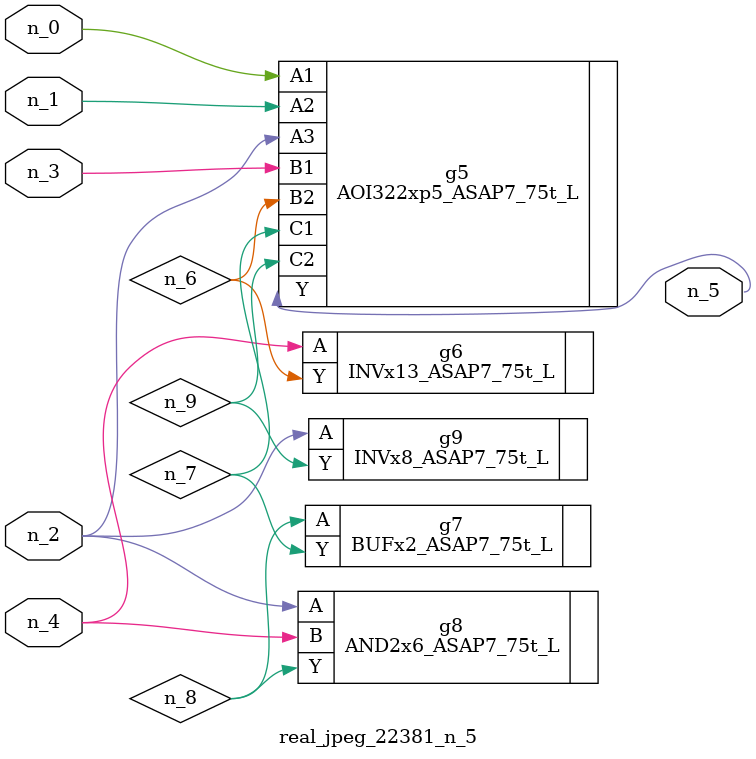
<source format=v>
module real_jpeg_22381_n_5 (n_4, n_0, n_1, n_2, n_3, n_5);

input n_4;
input n_0;
input n_1;
input n_2;
input n_3;

output n_5;

wire n_8;
wire n_6;
wire n_7;
wire n_9;

AOI322xp5_ASAP7_75t_L g5 ( 
.A1(n_0),
.A2(n_1),
.A3(n_2),
.B1(n_3),
.B2(n_6),
.C1(n_7),
.C2(n_9),
.Y(n_5)
);

AND2x6_ASAP7_75t_L g8 ( 
.A(n_2),
.B(n_4),
.Y(n_8)
);

INVx8_ASAP7_75t_L g9 ( 
.A(n_2),
.Y(n_9)
);

INVx13_ASAP7_75t_L g6 ( 
.A(n_4),
.Y(n_6)
);

BUFx2_ASAP7_75t_L g7 ( 
.A(n_8),
.Y(n_7)
);


endmodule
</source>
